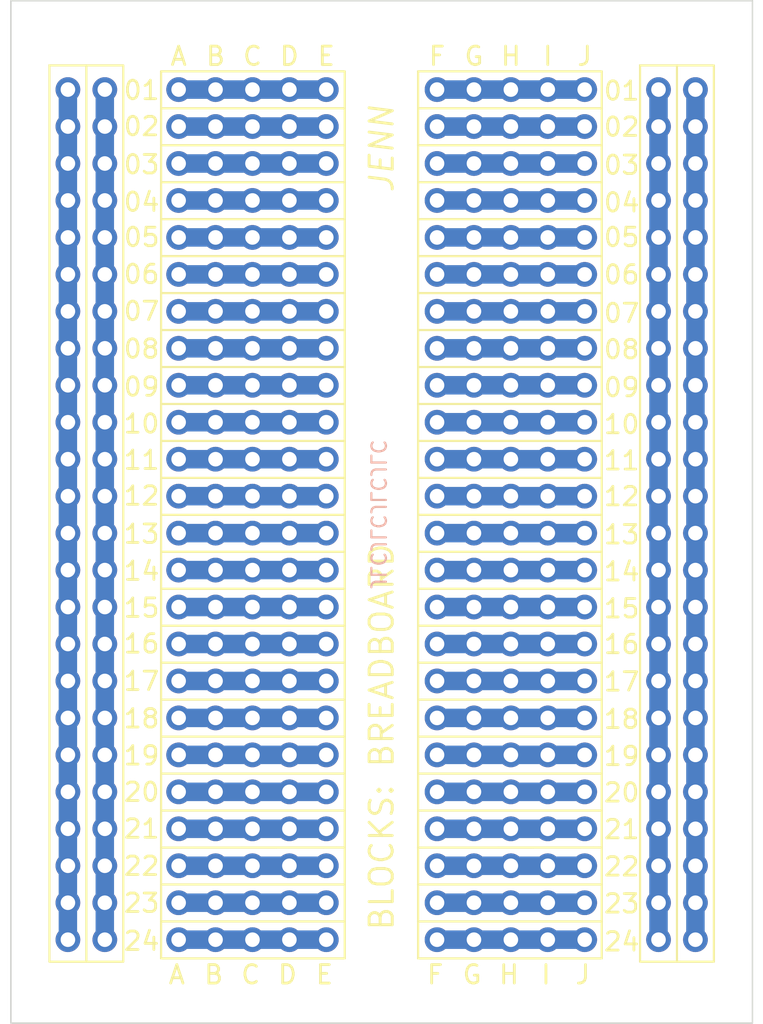
<source format=kicad_pcb>
(kicad_pcb (version 20211014) (generator pcbnew)
  (layers (0 "F.Cu" signal) (31 "B.Cu" signal) (34 "B.Paste" user) (35 "F.Paste" user) (36 "B.SilkS" user "B.Silkscreen") (37 "F.SilkS" user "F.Silkscreen") (38 "B.Mask" user) (39 "F.Mask" user) (44 "Edge.Cuts" user))
  (net 0 "")
  (net 1 "Net-(J1-Pad23)")
  (net 2 "Net-(J2-Pad23)")
  (net 3 "Net-(J5-Pad1)")
  (net 4 "Net-(J5-Pad2)")
  (net 5 "Net-(J5-Pad3)")
  (net 6 "Net-(J5-Pad4)")
  (net 7 "Net-(J5-Pad5)")
  (net 8 "Net-(J5-Pad6)")
  (net 9 "Net-(J5-Pad7)")
  (net 10 "Net-(J5-Pad8)")
  (net 11 "Net-(J5-Pad9)")
  (net 12 "Net-(J6-Pad10)")
  (net 13 "Net-(J6-Pad11)")
  (net 14 "Net-(J6-Pad12)")
  (net 15 "Net-(J7-Pad13)")
  (net 16 "Net-(J7-Pad14)")
  (net 17 "Net-(J7-Pad15)")
  (net 18 "Net-(J7-Pad16)")
  (net 19 "Net-(J7-Pad17)")
  (net 20 "Net-(J7-Pad18)")
  (net 21 "Net-(J7-Pad19)")
  (net 22 "Net-(J7-Pad20)")
  (net 23 "Net-(J7-Pad21)")
  (net 24 "Net-(J7-Pad22)")
  (net 25 "Net-(J7-Pad23)")
  (net 26 "Net-(J6-Pad24)")
  (net 27 "Net-(J15-Pad1)")
  (net 28 "Net-(J15-Pad2)")
  (net 29 "Net-(J15-Pad3)")
  (net 30 "Net-(J15-Pad4)")
  (net 31 "Net-(J15-Pad5)")
  (net 32 "Net-(J15-Pad6)")
  (net 33 "Net-(J15-Pad7)")
  (net 34 "Net-(J15-Pad8)")
  (net 35 "Net-(J15-Pad9)")
  (net 36 "Net-(J15-Pad10)")
  (net 37 "Net-(J15-Pad11)")
  (net 38 "Net-(J15-Pad12)")
  (net 39 "Net-(J15-Pad13)")
  (net 40 "Net-(J15-Pad14)")
  (net 41 "Net-(J15-Pad15)")
  (net 42 "Net-(J15-Pad16)")
  (net 43 "Net-(J15-Pad17)")
  (net 44 "Net-(J15-Pad18)")
  (net 45 "Net-(J15-Pad19)")
  (net 46 "Net-(J15-Pad20)")
  (net 47 "Net-(J15-Pad21)")
  (net 48 "Net-(J15-Pad22)")
  (net 49 "Net-(J15-Pad23)")
  (net 50 "Net-(J15-Pad24)")
  (net 51 "Net-(J17-Pad21)")
  (net 52 "Net-(J18-Pad23)")
  (footprint "A_Personal:Stripboard_1x24_P2.54mm_Vertical" (layer "F.Cu") (at 132.08 50.81)
    (fp_text reference "J15" hide)
    (fp_text value "Conn_01x24")
  )
  (footprint "A_Personal:Stripboard_1x24_P2.54mm_Vertical" (layer "F.Cu") (at 160.02 50.81)
    (fp_text reference "J4" hide)
    (fp_text value "Conn_01x24")
  )
  (footprint "A_Personal:Stripboard_1x24_P2.54mm_Vertical" (layer "F.Cu") (at 134.62 50.81)
    (fp_text reference "J14" hide)
    (fp_text value "Conn_01x24")
  )
  (footprint "A_Personal:Stripboard_1x24_P2.54mm_Vertical" (layer "F.Cu") (at 157.48 50.81)
    (fp_text reference "J5" hide)
    (fp_text value "Conn_01x24")
  )
  (footprint "A_Personal:Stripboard_1x24_P2.54mm_Vertical" (layer "F.Cu") (at 124.46 50.81)
    (fp_text reference "J18" hide)
    (fp_text value "Conn_01x24")
  )
  (footprint "A_Personal:Stripboard_1x24_P2.54mm_Vertical" (layer "F.Cu") (at 149.86 50.81)
    (fp_text reference "J8" hide)
    (fp_text value "Conn_01x24")
  )
  (footprint "A_Personal:Stripboard_1x24_P2.54mm_Vertical" (layer "F.Cu") (at 152.4 50.81)
    (fp_text reference "J7" hide)
    (fp_text value "Conn_01x24")
  )
  (footprint "A_Personal:Stripboard_1x24_P2.54mm_Vertical" (layer "F.Cu") (at 165.1 50.81)
    (fp_text reference "J2" hide)
    (fp_text value "Conn_01x24")
  )
  (footprint "A_Personal:Stripboard_1x24_P2.54mm_Vertical" (layer "F.Cu") (at 127 50.81)
    (fp_text reference "J17" hide)
    (fp_text value "Conn_01x24")
  )
  (footprint "A_Personal:Stripboard_1x24_P2.54mm_Vertical" (layer "F.Cu") (at 139.7 50.81)
    (fp_text reference "J12" hide)
    (fp_text value "Conn_01x24")
  )
  (footprint "A_Personal:Stripboard_1x24_P2.54mm_Vertical" (layer "F.Cu") (at 137.16 50.81)
    (fp_text reference "J13" hide)
    (fp_text value "Conn_01x24")
  )
  (footprint "A_Personal:Stripboard_1x24_P2.54mm_Vertical" (layer "F.Cu") (at 154.94 50.81)
    (fp_text reference "J6" hide)
    (fp_text value "Conn_01x24")
  )
  (footprint "A_Personal:Stripboard_1x24_P2.54mm_Vertical" (layer "F.Cu") (at 167.64 50.81)
    (fp_text reference "J1" hide)
    (fp_text value "Conn_01x24")
  )
  (footprint "A_Personal:Stripboard_1x24_P2.54mm_Vertical" (layer "F.Cu") (at 142.24 50.81)
    (fp_text reference "J11" hide)
    (fp_text value "Conn_01x24")
  )
  (gr_rect (start 163.83 49.149) (end 168.91 110.744) (layer "F.SilkS") (width 0.15) (fill none))
  (gr_line (start 161.195173 49.555088) (end 161.195173 110.515088) (layer "F.SilkS") (width 0.15))
  (gr_line (start 130.8735 110.515088) (end 143.51 110.515088) (layer "F.SilkS") (width 0.15))
  (gr_line (start 130.869921 102.901745) (end 143.51 102.895088) (layer "F.SilkS") (width 0.15))
  (gr_line (start 148.622173 62.255088) (end 161.195173 62.255088) (layer "F.SilkS") (width 0.15))
  (gr_line (start 148.622173 87.655088) (end 161.195173 87.655088) (layer "F.SilkS") (width 0.15))
  (gr_line (start 130.937 95.275088) (end 143.51 95.275088) (layer "F.SilkS") (width 0.15))
  (gr_line (start 130.937 80.035088) (end 143.51 80.035088) (layer "F.SilkS") (width 0.15))
  (gr_line (start 130.937 62.255088) (end 143.51 62.255088) (layer "F.SilkS") (width 0.15))
  (gr_line (start 130.937 74.955088) (end 143.51 74.955088) (layer "F.SilkS") (width 0.15))
  (gr_line (start 130.937 100.355088) (end 143.51 100.355088) (layer "F.SilkS") (width 0.15))
  (gr_line (start 130.937 64.795088) (end 143.51 64.795088) (layer "F.SilkS") (width 0.15))
  (gr_line (start 148.558673 110.515088) (end 161.195173 110.515088) (layer "F.SilkS") (width 0.15))
  (gr_line (start 148.558673 90.195088) (end 161.131673 90.195088) (layer "F.SilkS") (width 0.15))
  (gr_line (start 148.558673 105.435088) (end 161.195173 105.435088) (layer "F.SilkS") (width 0.15))
  (gr_line (start 130.937 69.875088) (end 143.51 69.875088) (layer "F.SilkS") (width 0.15))
  (gr_line (start 148.622173 57.175088) (end 161.195173 57.175088) (layer "F.SilkS") (width 0.15))
  (gr_line (start 130.937 87.655088) (end 143.51 87.655088) (layer "F.SilkS") (width 0.15))
  (gr_line (start 130.937 52.095088) (end 143.51 52.095088) (layer "F.SilkS") (width 0.15))
  (gr_line (start 148.622173 85.115088) (end 161.195173 85.115088) (layer "F.SilkS") (width 0.15))
  (gr_line (start 148.622173 74.955088) (end 161.195173 74.955088) (layer "F.SilkS") (width 0.15))
  (gr_line (start 130.8735 90.195088) (end 143.4465 90.195088) (layer "F.SilkS") (width 0.15))
  (gr_line (start 130.8735 105.435088) (end 143.51 105.435088) (layer "F.SilkS") (width 0.15))
  (gr_line (start 130.8735 110.515088) (end 130.8735 49.555088) (layer "F.SilkS") (width 0.15))
  (gr_line (start 130.937 59.715088) (end 143.51 59.715088) (layer "F.SilkS") (width 0.15))
  (gr_line (start 148.558673 72.415088) (end 161.131673 72.415088) (layer "F.SilkS") (width 0.15))
  (gr_line (start 130.937 97.815088) (end 143.51 97.815088) (layer "F.SilkS") (width 0.15))
  (gr_line (start 148.558673 110.515088) (end 148.558673 49.555088) (layer "F.SilkS") (width 0.15))
  (gr_line (start 148.622173 67.335088) (end 161.195173 67.335088) (layer "F.SilkS") (width 0.15))
  (gr_line (start 130.937 57.175088) (end 143.51 57.175088) (layer "F.SilkS") (width 0.15))
  (gr_line (start 148.622173 100.355088) (end 161.195173 100.355088) (layer "F.SilkS") (width 0.15))
  (gr_line (start 130.8735 49.555088) (end 143.4465 49.555088) (layer "F.SilkS") (width 0.15))
  (gr_line (start 148.622173 64.795088) (end 161.195173 64.795088) (layer "F.SilkS") (width 0.15))
  (gr_line (start 148.558673 54.635088) (end 161.131673 54.635088) (layer "F.SilkS") (width 0.15))
  (gr_line (start 130.937 85.115088) (end 143.51 85.115088) (layer "F.SilkS") (width 0.15))
  (gr_line (start 125.73 49.149) (end 125.73 110.744) (layer "F.SilkS") (width 0.15))
  (gr_line (start 148.622173 95.275088) (end 161.195173 95.275088) (layer "F.SilkS") (width 0.15))
  (gr_line (start 166.37 49.149) (end 166.37 110.744) (layer "F.SilkS") (width 0.15))
  (gr_rect (start 123.19 49.149) (end 128.27 110.744) (layer "F.SilkS") (width 0.15) (fill none))
  (gr_line (start 148.558673 107.975088) (end 161.195173 107.975088) (layer "F.SilkS") (width 0.15))
  (gr_line (start 143.51 49.555088) (end 143.51 110.515088) (layer "F.SilkS") (width 0.15))
  (gr_line (start 130.8735 107.975088) (end 143.51 107.975088) (layer "F.SilkS") (width 0.15))
  (gr_line (start 130.937 67.335088) (end 143.51 67.335088) (layer "F.SilkS") (width 0.15))
  (gr_line (start 148.622173 82.575088) (end 161.195173 82.575088) (layer "F.SilkS") (width 0.15))
  (gr_line (start 130.937 82.575088) (end 143.51 82.575088) (layer "F.SilkS") (width 0.15))
  (gr_line (start 148.622173 52.095088) (end 161.195173 52.095088) (layer "F.SilkS") (width 0.15))
  (gr_line (start 148.555094 102.901745) (end 161.195173 102.895088) (layer "F.SilkS") (width 0.15))
  (gr_line (start 148.622173 69.875088) (end 161.195173 69.875088) (layer "F.SilkS") (width 0.15))
  (gr_line (start 148.622173 92.735088) (end 161.195173 92.735088) (layer "F.SilkS") (width 0.15))
  (gr_line (start 148.622173 59.715088) (end 161.195173 59.715088) (layer "F.SilkS") (width 0.15))
  (gr_line (start 148.558673 49.555088) (end 161.131673 49.555088) (layer "F.SilkS") (width 0.15))
  (gr_line (start 130.937 92.735088) (end 143.51 92.735088) (layer "F.SilkS") (width 0.15))
  (gr_line (start 148.622173 77.495088) (end 161.195173 77.495088) (layer "F.SilkS") (width 0.15))
  (gr_line (start 148.622173 97.815088) (end 161.195173 97.815088) (layer "F.SilkS") (width 0.15))
  (gr_line (start 130.8735 54.635088) (end 143.4465 54.635088) (layer "F.SilkS") (width 0.15))
  (gr_line (start 148.622173 80.035088) (end 161.195173 80.035088) (layer "F.SilkS") (width 0.15))
  (gr_line (start 130.8735 72.415088) (end 143.4465 72.415088) (layer "F.SilkS") (width 0.15))
  (gr_line (start 130.937 77.495088) (end 143.51 77.495088) (layer "F.SilkS") (width 0.15))
  (gr_rect (start 120.53619 44.704) (end 171.56381 114.962521) (layer "Edge.Cuts") (width 0.1) (fill none))
  (gr_text "JLCJLCJLCJLC" (at 145.796 80.01 270) (layer "B.SilkS") (effects (font (size 1 1)) (justify mirror)))
  (gr_text "H" (at 154.94 48.514) (layer "F.SilkS") (effects (font (size 1.27 1.27) (thickness 0.1905))))
  (gr_text "C" (at 137.033 111.633) (layer "F.SilkS") (effects (font (size 1.27 1.27) (thickness 0.1905))))
  (gr_text "E" (at 142.113 111.633) (layer "F.SilkS") (effects (font (size 1.27 1.27) (thickness 0.1905))))
  (gr_text "19" (at 162.561693 96.623183) (layer "F.SilkS") (effects (font (size 1.27 1.27) (thickness 0.1905))))
  (gr_text "A" (at 132.08 48.514) (layer "F.SilkS") (effects (font (size 1.27 1.27) (thickness 0.1905))))
  (gr_text "09" (at 129.527311 71.238679) (layer "F.SilkS") (effects (font (size 1.27 1.27) (thickness 0.1905))))
  (gr_text "24" (at 129.527311 109.327337) (layer "F.SilkS") (effects (font (size 1.27 1.27) (thickness 0.1905))))
  (gr_text "12" (at 129.527311 78.731679) (layer "F.SilkS") (effects (font (size 1.27 1.27) (thickness 0.1905))))
  (gr_text "A" (at 131.953 111.633) (layer "F.SilkS") (effects (font (size 1.27 1.27) (thickness 0.1905))))
  (gr_text "06" (at 162.561693 63.53078) (layer "F.SilkS") (effects (font (size 1.27 1.27) (thickness 0.1905))))
  (gr_text "17" (at 162.561693 91.504463) (layer "F.SilkS") (effects (font (size 1.27 1.27) (thickness 0.1905))))
  (gr_text "02" (at 162.561693 53.380684) (layer "F.SilkS") (effects (font (size 1.27 1.27) (thickness 0.1905))))
  (gr_text "09" (at 162.561693 71.27778) (layer "F.SilkS") (effects (font (size 1.27 1.27) (thickness 0.1905))))
  (gr_text "JENN" (at 146.05 54.864 90) (layer "F.SilkS") (effects (font (size 1.59 1.59) (thickness 0.2) italic)))
  (gr_text "F" (at 149.86 48.514) (layer "F.SilkS") (effects (font (size 1.27 1.27) (thickness 0.1905))))
  (gr_text "10" (at 162.561693 73.81778) (layer "F.SilkS") (effects (font (size 1.27 1.27) (thickness 0.1905))))
  (gr_text "F" (at 149.733 111.633) (layer "F.SilkS") (effects (font (size 1.27 1.27) (thickness 0.1905))))
  (gr_text "12" (at 162.561693 78.77078) (layer "F.SilkS") (effects (font (size 1.27 1.27) (thickness 0.1905))))
  (gr_text "J" (at 159.893 111.633) (layer "F.SilkS") (effects (font (size 1.27 1.27) (thickness 0.1905))))
  (gr_text "07" (at 129.527311 66.04) (layer "F.SilkS") (effects (font (size 1.27 1.27) (thickness 0.1905))))
  (gr_text "18" (at 162.561693 94.077084) (layer "F.SilkS") (effects (font (size 1.27 1.27) (thickness 0.1905))))
  (gr_text "15" (at 129.527311 86.436389) (layer "F.SilkS") (effects (font (size 1.27 1.27) (thickness 0.1905))))
  (gr_text "08" (at 129.527311 68.631595) (layer "F.SilkS") (effects (font (size 1.27 1.27) (thickness 0.1905))))
  (gr_text "04" (at 129.527311 58.538679) (layer "F.SilkS") (effects (font (size 1.27 1.27) (thickness 0.1905))))
  (gr_text "BLOCKS: BREADBOARD" (at 146.05 108.712 90) (layer "F.SilkS") (effects (font (size 1.59 1.59) (thickness 0.2)) (justify left)))
  (gr_text "B" (at 134.493 111.633) (layer "F.SilkS") (effects (font (size 1.27 1.27) (thickness 0.1905))))
  (gr_text "13" (at 129.527311 81.353436) (layer "F.SilkS") (effects (font (size 1.27 1.27) (thickness 0.1905))))
  (gr_text "G" (at 152.4 48.514) (layer "F.SilkS") (effects (font (size 1.27 1.27) (thickness 0.1905))))
  (gr_text "05" (at 162.56 60.96) (layer "F.SilkS") (effects (font (size 1.27 1.27) (thickness 0.1905))))
  (gr_text "19" (at 129.527311 96.584082) (layer "F.SilkS") (effects (font (size 1.27 1.27) (thickness 0.1905))))
  (gr_text "03" (at 129.527311 55.962019) (layer "F.SilkS") (effects (font (size 1.27 1.27) (thickness 0.1905))))
  (gr_text "11" (at 129.527311 76.270309) (layer "F.SilkS") (effects (font (size 1.27 1.27) (thickness 0.1905))))
  (gr_text "G" (at 152.273 111.633) (layer "F.SilkS") (effects (font (size 1.27 1.27) (thickness 0.1905))))
  (gr_text "23" (at 129.527311 106.715059) (layer "F.SilkS") (effects (font (size 1.27 1.27) (thickness 0.1905))))
  (gr_text "14" (at 129.527311 83.894912) (layer "F.SilkS") (effects (font (size 1.27 1.27) (thickness 0.1905))))
  (gr_text "20" (at 129.527311 99.087909) (layer "F.SilkS") (effects (font (size 1.27 1.27) (thickness 0.1905))))
  (gr_text "16" (at 162.561693 88.931843) (layer "F.SilkS") (effects (font (size 1.27 1.27) (thickness 0.1905))))
  (gr_text "04" (at 162.561693 58.57778) (layer "F.SilkS") (effects (font (size 1.27 1.27) (thickness 0.1905))))
  (gr_text "15" (at 162.561693 86.47549) (layer "F.SilkS") (effects (font (size 1.27 1.27) (thickness 0.1905))))
  (gr_text "13" (at 162.561693 81.392537) (layer "F.SilkS") (effects (font (size 1.27 1.27) (thickness 0.1905))))
  (gr_text "I" (at 157.353 111.633) (layer "F.SilkS") (effects (font (size 1.27 1.27) (thickness 0.1905))))
  (gr_text "11" (at 162.561693 76.30941) (layer "F.SilkS") (effects (font (size 1.27 1.27) (thickness 0.1905))))
  (gr_text "02" (at 129.527311 53.341583) (layer "F.SilkS") (effects (font (size 1.27 1.27) (thickness 0.1905))))
  (gr_text "21" (at 162.561693 101.652775) (layer "F.SilkS") (effects (font (size 1.27 1.27) (thickness 0.1905))))
  (gr_text "18" (at 129.527311 94.037983) (layer "F.SilkS") (effects (font (size 1.27 1.27) (thickness 0.1905))))
  (gr_text "D" (at 139.7 48.514) (layer "F.SilkS") (effects (font (size 1.27 1.27) (thickness 0.1905))))
  (gr_text "23" (at 162.561693 106.75416) (layer "F.SilkS") (effects (font (size 1.27 1.27) (thickness 0.1905))))
  (gr_text "17" (at 129.527311 91.465362) (layer "F.SilkS") (effects (font (size 1.27 1.27) (thickness 0.1905))))
  (gr_text "24" (at 162.561693 109.366438) (layer "F.SilkS") (effects (font (size 1.27 1.27) (thickness 0.1905))))
  (gr_text "H" (at 154.813 111.633) (layer "F.SilkS") (effects (font (size 1.27 1.27) (thickness 0.1905))))
  (gr_text "14" (at 162.561693 83.934013) (layer "F.SilkS") (effects (font (size 1.27 1.27) (thickness 0.1905))))
  (gr_text "22" (at 162.561693 104.212982) (layer "F.SilkS") (effects (font (size 1.27 1.27) (thickness 0.1905))))
  (gr_text "I" (at 157.48 48.514) (layer "F.SilkS") (effects (font (size 1.27 1.27) (thickness 0.1905))))
  (gr_text "01" (at 162.561693 50.89921) (layer "F.SilkS") (effects (font (size 1.27 1.27) (thickness 0.1905))))
  (gr_text "E" (at 142.24 48.514) (layer "F.SilkS") (effects (font (size 1.27 1.27) (thickness 0.1905))))
  (gr_text "07" (at 162.561693 66.180625) (layer "F.SilkS") (effects (font (size 1.27 1.27) (thickness 0.1905))))
  (gr_text "B" (at 134.62 48.514) (layer "F.SilkS") (effects (font (size 1.27 1.27) (thickness 0.1905))))
  (gr_text "20" (at 162.561693 99.12701) (layer "F.SilkS") (effects (font (size 1.27 1.27) (thickness 0.1905))))
  (gr_text "16" (at 129.527311 88.892742) (layer "F.SilkS") (effects (font (size 1.27 1.27) (thickness 0.1905))))
  (gr_text "D" (at 139.573 111.633) (layer "F.SilkS") (effects (font (size 1.27 1.27) (thickness 0.1905))))
  (gr_text "10" (at 129.527311 73.778679) (layer "F.SilkS") (effects (font (size 1.27 1.27) (thickness 0.1905))))
  (gr_text "J" (at 160.02 48.514) (layer "F.SilkS") (effects (font (size 1.27 1.27) (thickness 0.1905))))
  (gr_text "08" (at 162.561693 68.670696) (layer "F.SilkS") (effects (font (size 1.27 1.27) (thickness 0.1905))))
  (gr_text "22" (at 129.527311 104.173881) (layer "F.SilkS") (effects (font (size 1.27 1.27) (thickness 0.1905))))
  (gr_text "C" (at 137.16 48.514) (layer "F.SilkS") (effects (font (size 1.27 1.27) (thickness 0.1905))))
  (gr_text "03" (at 162.561693 56.00112) (layer "F.SilkS") (effects (font (size 1.27 1.27) (thickness 0.1905))))
  (gr_text "05" (at 129.54 60.96) (layer "F.SilkS") (effects (font (size 1.27 1.27) (thickness 0.1905))))
  (gr_text "06" (at 129.527311 63.5) (layer "F.SilkS") (effects (font (size 1.27 1.27) (thickness 0.1905))))
  (gr_text "01" (at 129.527311 50.860109) (layer "F.SilkS") (effects (font (size 1.27 1.27) (thickness 0.1905))))
  (gr_text "21" (at 129.527311 101.613674) (layer "F.SilkS") (effects (font (size 1.27 1.27) (thickness 0.1905))))
  (segment (start 167.64 50.81) (end 167.64 109.23) (width 1.27) (layer "B.Cu") (net 1))
  (segment (start 165.1 109.23) (end 165.1 50.81) (width 1.27) (layer "B.Cu") (net 2))
  (segment (start 149.86 50.81) (end 160.02 50.81) (width 1.27) (layer "B.Cu") (net 3))
  (segment (start 149.86 53.35) (end 160.02 53.35) (width 1.27) (layer "B.Cu") (net 4))
  (segment (start 149.86 55.89) (end 160.02 55.89) (width 1.27) (layer "B.Cu") (net 5))
  (segment (start 149.86 58.43) (end 160.02 58.43) (width 1.27) (layer "B.Cu") (net 6))
  (segment (start 149.86 60.97) (end 160.02 60.97) (width 1.27) (layer "B.Cu") (net 7))
  (segment (start 149.86 63.51) (end 160.02 63.51) (width 1.27) (layer "B.Cu") (net 8))
  (segment (start 149.86 66.05) (end 160.02 66.05) (width 1.27) (layer "B.Cu") (net 9))
  (segment (start 149.86 68.59) (end 160.02 68.59) (width 1.27) (layer "B.Cu") (net 10))
  (segment (start 149.86 71.13) (end 160.02 71.13) (width 1.27) (layer "B.Cu") (net 11))
  (segment (start 149.86 73.67) (end 160.02 73.67) (width 1.27) (layer "B.Cu") (net 12))
  (segment (start 149.86 76.21) (end 160.02 76.21) (width 1.27) (layer "B.Cu") (net 13))
  (segment (start 149.86 78.75) (end 160.02 78.75) (width 1.27) (layer "B.Cu") (net 14))
  (segment (start 149.86 81.29) (end 160.02 81.29) (width 1.27) (layer "B.Cu") (net 15))
  (segment (start 149.86 83.83) (end 160.02 83.83) (width 1.27) (layer "B.Cu") (net 16))
  (segment (start 149.86 86.37) (end 160.02 86.37) (width 1.27) (layer "B.Cu") (net 17))
  (segment (start 149.86 88.91) (end 160.02 88.91) (width 1.27) (layer "B.Cu") (net 18))
  (segment (start 149.86 91.45) (end 160.02 91.45) (width 1.27) (layer "B.Cu") (net 19))
  (segment (start 149.86 93.99) (end 160.02 93.99) (width 1.27) (layer "B.Cu") (net 20))
  (segment (start 149.86 96.53) (end 160.02 96.53) (width 1.27) (layer "B.Cu") (net 21))
  (segment (start 149.86 99.07) (end 160.02 99.07) (width 1.27) (layer "B.Cu") (net 22))
  (segment (start 149.86 101.61) (end 160.02 101.61) (width 1.27) (layer "B.Cu") (net 23))
  (segment (start 149.86 104.15) (end 160.02 104.15) (width 1.27) (layer "B.Cu") (net 24))
  (segment (start 149.86 106.69) (end 160.02 106.69) (width 1.27) (layer "B.Cu") (net 25))
  (segment (start 149.86 109.23) (end 160.02 109.23) (width 1.27) (layer "B.Cu") (net 26))
  (segment (start 132.08 50.81) (end 142.24 50.81) (width 1.27) (layer "B.Cu") (net 27))
  (segment (start 132.08 53.35) (end 142.24 53.35) (width 1.27) (layer "B.Cu") (net 28))
  (segment (start 132.08 55.89) (end 142.24 55.89) (width 1.27) (layer "B.Cu") (net 29))
  (segment (start 132.08 58.43) (end 142.24 58.43) (width 1.27) (layer "B.Cu") (net 30))
  (segment (start 132.08 60.97) (end 142.24 60.97) (width 1.27) (layer "B.Cu") (net 31))
  (segment (start 132.08 63.51) (end 142.24 63.51) (width 1.27) (layer "B.Cu") (net 32))
  (segment (start 132.08 66.05) (end 142.24 66.05) (width 1.27) (layer "B.Cu") (net 33))
  (segment (start 132.08 68.59) (end 142.24 68.59) (width 1.27) (layer "B.Cu") (net 34))
  (segment (start 132.08 71.13) (end 142.24 71.13) (width 1.27) (layer "B.Cu") (net 35))
  (segment (start 132.08 73.67) (end 142.24 73.67) (width 1.27) (layer "B.Cu") (net 36))
  (segment (start 132.08 76.21) (end 142.24 76.21) (width 1.27) (layer "B.Cu") (net 37))
  (segment (start 132.08 78.75) (end 142.24 78.75) (width 1.27) (layer "B.Cu") (net 38))
  (segment (start 132.08 81.29) (end 142.24 81.29) (width 1.27) (layer "B.Cu") (net 39))
  (segment (start 132.08 83.83) (end 142.24 83.83) (width 1.27) (layer "B.Cu") (net 40))
  (segment (start 132.08 86.37) (end 142.24 86.37) (width 1.27) (layer "B.Cu") (net 41))
  (segment (start 132.08 88.91) (end 142.24 88.91) (width 1.27) (layer "B.Cu") (net 42))
  (segment (start 132.08 91.45) (end 142.24 91.45) (width 1.27) (layer "B.Cu") (net 43))
  (segment (start 132.08 93.99) (end 142.24 93.99) (width 1.27) (layer "B.Cu") (net 44))
  (segment (start 132.08 96.53) (end 142.24 96.53) (width 1.27) (layer "B.Cu") (net 45))
  (segment (start 132.08 99.07) (end 142.24 99.07) (width 1.27) (layer "B.Cu") (net 46))
  (segment (start 132.08 101.61) (end 142.24 101.61) (width 1.27) (layer "B.Cu") (net 47))
  (segment (start 132.08 104.15) (end 142.24 104.15) (width 1.27) (layer "B.Cu") (net 48))
  (segment (start 132.08 106.69) (end 142.24 106.69) (width 1.27) (layer "B.Cu") (net 49))
  (segment (start 132.08 109.23) (end 142.24 109.23) (width 1.27) (layer "B.Cu") (net 50))
  (segment (start 127 50.81) (end 127 109.23) (width 1.27) (layer "B.Cu") (net 51))
  (segment (start 124.46 50.81) (end 124.46 109.23) (width 1.27) (layer "B.Cu") (net 52))
)
</source>
